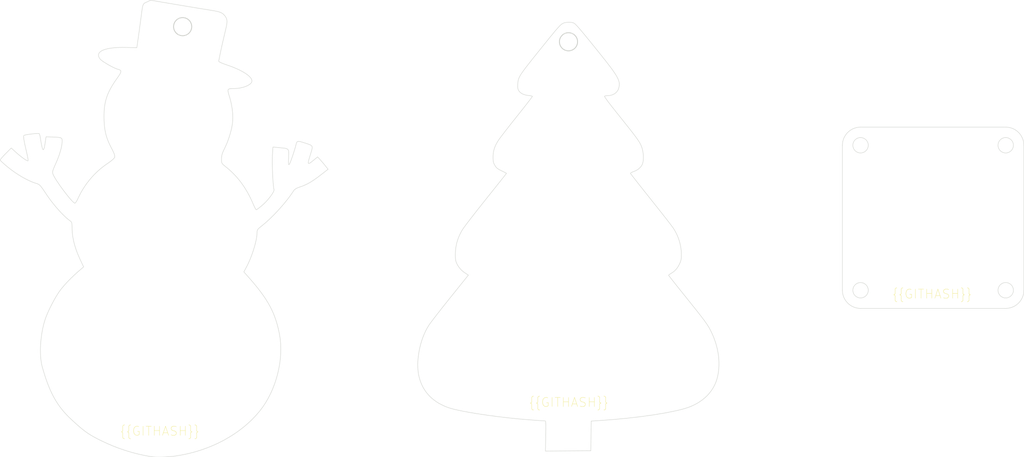
<source format=kicad_pcb>
(kicad_pcb (version 20221018) (generator pcbnew)

  (general
    (thickness 1.6)
  )

  (paper "A4")
  (layers
    (0 "F.Cu" signal)
    (31 "B.Cu" signal)
    (32 "B.Adhes" user "B.Adhesive")
    (33 "F.Adhes" user "F.Adhesive")
    (34 "B.Paste" user)
    (35 "F.Paste" user)
    (36 "B.SilkS" user "B.Silkscreen")
    (37 "F.SilkS" user "F.Silkscreen")
    (38 "B.Mask" user)
    (39 "F.Mask" user)
    (40 "Dwgs.User" user "User.Drawings")
    (41 "Cmts.User" user "User.Comments")
    (42 "Eco1.User" user "User.Eco1")
    (43 "Eco2.User" user "User.Eco2")
    (44 "Edge.Cuts" user)
    (45 "Margin" user)
    (46 "B.CrtYd" user "B.Courtyard")
    (47 "F.CrtYd" user "F.Courtyard")
    (48 "B.Fab" user)
    (49 "F.Fab" user)
    (50 "User.1" user)
    (51 "User.2" user)
    (52 "User.3" user)
    (53 "User.4" user)
    (54 "User.5" user)
    (55 "User.6" user)
    (56 "User.7" user)
    (57 "User.8" user)
    (58 "User.9" user)
  )

  (setup
    (stackup
      (layer "F.SilkS" (type "Top Silk Screen"))
      (layer "F.Paste" (type "Top Solder Paste"))
      (layer "F.Mask" (type "Top Solder Mask") (thickness 0.01))
      (layer "F.Cu" (type "copper") (thickness 0.035))
      (layer "dielectric 1" (type "core") (thickness 1.51) (material "FR4") (epsilon_r 4.5) (loss_tangent 0.02))
      (layer "B.Cu" (type "copper") (thickness 0.035))
      (layer "B.Mask" (type "Bottom Solder Mask") (thickness 0.01))
      (layer "B.Paste" (type "Bottom Solder Paste"))
      (layer "B.SilkS" (type "Bottom Silk Screen"))
      (copper_finish "None")
      (dielectric_constraints no)
    )
    (pad_to_mask_clearance 0)
    (pcbplotparams
      (layerselection 0x00010fc_ffffffff)
      (plot_on_all_layers_selection 0x0000000_00000000)
      (disableapertmacros false)
      (usegerberextensions false)
      (usegerberattributes true)
      (usegerberadvancedattributes true)
      (creategerberjobfile true)
      (dashed_line_dash_ratio 12.000000)
      (dashed_line_gap_ratio 3.000000)
      (svgprecision 4)
      (plotframeref false)
      (viasonmask false)
      (mode 1)
      (useauxorigin false)
      (hpglpennumber 1)
      (hpglpenspeed 20)
      (hpglpendiameter 15.000000)
      (dxfpolygonmode true)
      (dxfimperialunits true)
      (dxfusepcbnewfont true)
      (psnegative false)
      (psa4output false)
      (plotreference true)
      (plotvalue true)
      (plotinvisibletext false)
      (sketchpadsonfab false)
      (subtractmaskfromsilk false)
      (outputformat 1)
      (mirror false)
      (drillshape 1)
      (scaleselection 1)
      (outputdirectory "")
    )
  )

  (net 0 "")

  (gr_circle (center 225.62 81.79) (end 227.32 81.79)
    (stroke (width 0.1) (type solid)) (fill none) (layer "Edge.Cuts") (tstamp 019c0a6d-9bb8-42f8-8584-8f200b71a27b))
  (gr_circle (center 257.62 113.79) (end 259.32 113.79)
    (stroke (width 0.1) (type solid)) (fill none) (layer "Edge.Cuts") (tstamp 097c55d3-ce7a-4886-a7db-9a4e9fcd0127))
  (gr_circle (center 257.62 81.79) (end 259.32 81.79)
    (stroke (width 0.1) (type solid)) (fill none) (layer "Edge.Cuts") (tstamp 0e8e5788-23b0-4e0e-993f-a94957498ae3))
  (gr_poly
    (pts
      (xy 75.142222 50.797022)
      (xy 79.756606 51.568267)
      (xy 82.366969 51.99203)
      (xy 83.019066 52.095762)
      (xy 83.303876 52.146979)
      (xy 83.563537 52.198618)
      (xy 83.799806 52.251323)
      (xy 84.01444 52.305736)
      (xy 84.209196 52.362498)
      (xy 84.385831 52.422252)
      (xy 84.546102 52.485641)
      (xy 84.691766 52.553306)
      (xy 84.824581 52.62589)
      (xy 84.946303 52.704035)
      (xy 85.05869 52.788383)
      (xy 85.163499 52.879577)
      (xy 85.262486 52.978258)
      (xy 85.357409 53.08507)
      (xy 85.479286 53.234958)
      (xy 85.586233 53.378736)
      (xy 85.634185 53.44915)
      (xy 85.678498 53.519015)
      (xy 85.719202 53.588656)
      (xy 85.75633 53.658402)
      (xy 85.789911 53.728576)
      (xy 85.819976 53.799506)
      (xy 85.846558 53.871517)
      (xy 85.869686 53.944936)
      (xy 85.889392 54.020089)
      (xy 85.905707 54.097301)
      (xy 85.918662 54.176899)
      (xy 85.928287 54.259209)
      (xy 85.934615 54.344557)
      (xy 85.937675 54.433269)
      (xy 85.937499 54.525672)
      (xy 85.934119 54.62209)
      (xy 85.927564 54.722851)
      (xy 85.917866 54.82828)
      (xy 85.889166 55.054449)
      (xy 85.848266 55.303204)
      (xy 85.795414 55.577155)
      (xy 85.730859 55.878909)
      (xy 85.654849 56.211077)
      (xy 84.878546 59.55341)
      (xy 84.657875 60.550977)
      (xy 84.450892 61.532488)
      (xy 84.331406 62.116419)
      (xy 84.229648 62.629765)
      (xy 84.15639 63.017063)
      (xy 84.122409 63.222849)
      (xy 84.123062 63.236814)
      (xy 84.127967 63.251873)
      (xy 84.137065 63.268001)
      (xy 84.150302 63.285171)
      (xy 84.167619 63.303357)
      (xy 84.188962 63.322534)
      (xy 84.214273 63.342674)
      (xy 84.243497 63.363751)
      (xy 84.313454 63.408613)
      (xy 84.398381 63.456909)
      (xy 84.497828 63.50843)
      (xy 84.611342 63.562966)
      (xy 84.738473 63.620306)
      (xy 84.878767 63.680241)
      (xy 85.031775 63.742561)
      (xy 85.197043 63.807056)
      (xy 85.374121 63.873515)
      (xy 85.562558 63.94173)
      (xy 85.7619 64.011489)
      (xy 85.971698 64.082583)
      (xy 86.585981 64.296029)
      (xy 87.172975 64.516947)
      (xy 87.730729 64.744054)
      (xy 88.257293 64.976069)
      (xy 88.75072 65.211708)
      (xy 89.209058 65.449689)
      (xy 89.63036 65.68873)
      (xy 90.012676 65.927548)
      (xy 90.354056 66.16486)
      (xy 90.652552 66.399385)
      (xy 90.906214 66.629839)
      (xy 91.113092 66.85494)
      (xy 91.271238 67.073405)
      (xy 91.378702 67.283953)
      (xy 91.412819 67.385857)
      (xy 91.433535 67.485301)
      (xy 91.440605 67.582123)
      (xy 91.433787 67.676165)
      (xy 91.41712 67.753004)
      (xy 91.390362 67.829368)
      (xy 91.35383 67.905131)
      (xy 91.307839 67.980165)
      (xy 91.252707 68.054343)
      (xy 91.188749 68.12754)
      (xy 91.116281 68.199626)
      (xy 91.03562 68.270477)
      (xy 90.947082 68.339964)
      (xy 90.850984 68.407961)
      (xy 90.747641 68.47434)
      (xy 90.637371 68.538975)
      (xy 90.520488 68.601739)
      (xy 90.39731 68.662505)
      (xy 90.268153 68.721145)
      (xy 90.133332 68.777534)
      (xy 89.993165 68.831543)
      (xy 89.847967 68.883047)
      (xy 89.543745 68.978027)
      (xy 89.223197 69.06146)
      (xy 88.888852 69.132329)
      (xy 88.54324 69.189618)
      (xy 88.188892 69.232313)
      (xy 88.009232 69.24787)
      (xy 87.828337 69.259397)
      (xy 87.646523 69.266767)
      (xy 87.464106 69.269854)
      (xy 87.202959 69.272042)
      (xy 86.97453 69.277492)
      (xy 86.777472 69.288473)
      (xy 86.690288 69.296746)
      (xy 86.610443 69.307253)
      (xy 86.537768 69.320276)
      (xy 86.472096 69.3361)
      (xy 86.413258 69.355009)
      (xy 86.361087 69.377285)
      (xy 86.315414 69.403211)
      (xy 86.276071 69.433073)
      (xy 86.24289 69.467154)
      (xy 86.215703 69.505736)
      (xy 86.194342 69.549103)
      (xy 86.178638 69.59754)
      (xy 86.168424 69.65133)
      (xy 86.163532 69.710755)
      (xy 86.163793 69.776101)
      (xy 86.169039 69.847649)
      (xy 86.179102 69.925685)
      (xy 86.193814 70.010491)
      (xy 86.236514 70.20155)
      (xy 86.295792 70.423093)
      (xy 86.370304 70.677389)
      (xy 86.458705 70.966708)
      (xy 86.582128 71.384478)
      (xy 86.694998 71.803093)
      (xy 86.797211 72.221567)
      (xy 86.888665 72.638919)
      (xy 86.969257 73.054166)
      (xy 87.038885 73.466323)
      (xy 87.097447 73.874409)
      (xy 87.144838 74.277439)
      (xy 87.180958 74.674432)
      (xy 87.205702 75.064404)
      (xy 87.21897 75.446371)
      (xy 87.220657 75.819352)
      (xy 87.210662 76.182361)
      (xy 87.188881 76.534418)
      (xy 87.155212 76.874538)
      (xy 87.109553 77.201739)
      (xy 86.986123 77.871628)
      (xy 86.830027 78.558912)
      (xy 86.643845 79.255662)
      (xy 86.430157 79.953949)
      (xy 86.19154 80.645848)
      (xy 85.930575 81.323429)
      (xy 85.649841 81.978766)
      (xy 85.351916 82.60393)
      (xy 85.189192 82.938586)
      (xy 85.118752 83.093315)
      (xy 85.055229 83.240939)
      (xy 84.998352 83.382431)
      (xy 84.947849 83.518761)
      (xy 84.903447 83.650903)
      (xy 84.864875 83.779828)
      (xy 84.831859 83.906506)
      (xy 84.804129 84.031911)
      (xy 84.781412 84.157013)
      (xy 84.763435 84.282785)
      (xy 84.749927 84.410197)
      (xy 84.740615 84.540223)
      (xy 84.735228 84.673833)
      (xy 84.733493 84.811999)
      (xy 84.736223 85.129082)
      (xy 84.741369 85.261496)
      (xy 84.750575 85.379459)
      (xy 84.764997 85.485194)
      (xy 84.774524 85.534172)
      (xy 84.785789 85.580928)
      (xy 84.798934 85.625739)
      (xy 84.814106 85.668884)
      (xy 84.831447 85.710641)
      (xy 84.851104 85.751288)
      (xy 84.873219 85.791103)
      (xy 84.897937 85.830364)
      (xy 84.925403 85.869349)
      (xy 84.955761 85.908337)
      (xy 84.989155 85.947605)
      (xy 85.02573 85.987432)
      (xy 85.109 86.069873)
      (xy 85.206725 86.157886)
      (xy 85.320061 86.253696)
      (xy 85.598185 86.477602)
      (xy 86.096863 86.886277)
      (xy 86.577755 87.306529)
      (xy 87.04138 87.739064)
      (xy 87.488258 88.184586)
      (xy 87.918909 88.6438)
      (xy 88.333852 89.117412)
      (xy 88.733607 89.606125)
      (xy 89.118694 90.110646)
      (xy 89.489632 90.631678)
      (xy 89.846941 91.169927)
      (xy 90.19114 91.726098)
      (xy 90.52275 92.300895)
      (xy 90.84229 92.895024)
      (xy 91.150279 93.509189)
      (xy 91.447237 94.144095)
      (xy 91.733683 94.800448)
      (xy 91.84059 95.047283)
      (xy 91.945802 95.277558)
      (xy 92.046625 95.486234)
      (xy 92.140364 95.668271)
      (xy 92.224324 95.818627)
      (xy 92.295813 95.932265)
      (xy 92.326039 95.973739)
      (xy 92.352136 96.004143)
      (xy 92.373767 96.022848)
      (xy 92.382804 96.027616)
      (xy 92.390597 96.029223)
      (xy 92.399173 96.028006)
      (xy 92.410522 96.024397)
      (xy 92.441219 96.010237)
      (xy 92.482045 95.987221)
      (xy 92.53236 95.955824)
      (xy 92.591521 95.916524)
      (xy 92.658887 95.869798)
      (xy 92.815666 95.755976)
      (xy 92.997564 95.618173)
      (xy 93.199447 95.460204)
      (xy 93.416182 95.285885)
      (xy 93.642634 95.099032)
      (xy 93.891007 94.882848)
      (xy 94.141366 94.648628)
      (xy 94.390948 94.400061)
      (xy 94.636991 94.140836)
      (xy 94.87673 93.874641)
      (xy 95.107403 93.605164)
      (xy 95.326247 93.336095)
      (xy 95.530498 93.071122)
      (xy 95.717394 92.813933)
      (xy 95.884171 92.568218)
      (xy 96.028066 92.337665)
      (xy 96.146316 92.125962)
      (xy 96.236159 91.936798)
      (xy 96.294829 91.773863)
      (xy 96.311612 91.703383)
      (xy 96.319566 91.640844)
      (xy 96.318345 91.586706)
      (xy 96.307605 91.54143)
      (xy 96.264441 91.378418)
      (xy 96.221593 91.121805)
      (xy 96.138989 90.373142)
      (xy 96.064068 89.386161)
      (xy 96.001109 88.251583)
      (xy 95.954389 87.060129)
      (xy 95.928186 85.902519)
      (xy 95.926777 84.869474)
      (xy 95.95444 84.051714)
      (xy 96.07471 82.177477)
      (xy 97.36716 82.304781)
      (xy 98.13507 82.379263)
      (xy 98.441266 82.413109)
      (xy 98.700599 82.449744)
      (xy 98.916803 82.492956)
      (xy 99.009898 82.518212)
      (xy 99.09361 82.546534)
      (xy 99.168406 82.578395)
      (xy 99.234753 82.614268)
      (xy 99.293117 82.654627)
      (xy 99.343964 82.699946)
      (xy 99.387763 82.750698)
      (xy 99.424978 82.807357)
      (xy 99.456076 82.870396)
      (xy 99.481525 82.94029)
      (xy 99.501791 83.017511)
      (xy 99.51734 83.102533)
      (xy 99.536155 83.297877)
      (xy 99.541702 83.530109)
      (xy 99.537716 83.803018)
      (xy 99.51607 84.486025)
      (xy 99.501811 85.019341)
      (xy 99.495778 85.429631)
      (xy 99.49953 85.727933)
      (xy 99.505563 85.838537)
      (xy 99.514626 85.925284)
      (xy 99.526915 85.989553)
      (xy 99.542625 86.032723)
      (xy 99.551823 86.046828)
      (xy 99.56195 86.056175)
      (xy 99.573029 86.060938)
      (xy 99.585085 86.061289)
      (xy 99.612224 86.049443)
      (xy 99.643564 86.022019)
      (xy 99.679299 85.980395)
      (xy 99.719623 85.925951)
      (xy 99.770963 85.835961)
      (xy 99.83738 85.6921)
      (xy 100.00736 85.267042)
      (xy 100.213404 84.699332)
      (xy 100.439353 84.037526)
      (xy 100.669049 83.330178)
      (xy 100.886332 82.625845)
      (xy 101.075044 81.973082)
      (xy 101.219027 81.420443)
      (xy 101.232451 81.367288)
      (xy 101.246658 81.317349)
      (xy 101.261814 81.270604)
      (xy 101.278084 81.227032)
      (xy 101.295634 81.186611)
      (xy 101.314631 81.149321)
      (xy 101.33524 81.115138)
      (xy 101.357628 81.084043)
      (xy 101.381959 81.056013)
      (xy 101.4084 81.031027)
      (xy 101.437117 81.009064)
      (xy 101.468275 80.990102)
      (xy 101.502041 80.974119)
      (xy 101.538581 80.961095)
      (xy 101.578059 80.951007)
      (xy 101.620643 80.943835)
      (xy 101.666497 80.939556)
      (xy 101.715788 80.938149)
      (xy 101.768682 80.939594)
      (xy 101.825345 80.943867)
      (xy 101.885942 80.950949)
      (xy 101.950639 80.960817)
      (xy 102.019603 80.97345)
      (xy 102.092998 80.988826)
      (xy 102.170992 81.006924)
      (xy 102.253749 81.027723)
      (xy 102.434219 81.077337)
      (xy 102.635734 81.137495)
      (xy 102.859622 81.208025)
      (xy 103.581471 81.438726)
      (xy 103.868146 81.535185)
      (xy 104.108644 81.625316)
      (xy 104.212356 81.669476)
      (xy 104.305459 81.713816)
      (xy 104.388264 81.758923)
      (xy 104.461082 81.805384)
      (xy 104.524226 81.853787)
      (xy 104.578006 81.904719)
      (xy 104.622735 81.958768)
      (xy 104.658725 82.01652)
      (xy 104.686285 82.078563)
      (xy 104.705729 82.145484)
      (xy 104.717368 82.217871)
      (xy 104.721513 82.296311)
      (xy 104.718476 82.381392)
      (xy 104.708568 82.4737)
      (xy 104.692102 82.573823)
      (xy 104.669388 82.682348)
      (xy 104.606464 82.926954)
      (xy 104.522289 83.212218)
      (xy 104.300158 83.92351)
      (xy 104.076968 84.658354)
      (xy 103.993442 84.95378)
      (xy 103.929762 85.203046)
      (xy 103.886777 85.407528)
      (xy 103.865337 85.568604)
      (xy 103.862962 85.633296)
      (xy 103.866292 85.687652)
      (xy 103.875434 85.731846)
      (xy 103.890492 85.766049)
      (xy 103.911574 85.790433)
      (xy 103.938786 85.805172)
      (xy 103.972234 85.810436)
      (xy 104.012025 85.806398)
      (xy 104.058263 85.79323)
      (xy 104.111056 85.771105)
      (xy 104.236732 85.700671)
      (xy 104.3899 85.596472)
      (xy 104.571411 85.459887)
      (xy 105.02286 85.095065)
      (xy 105.918216 84.355181)
      (xy 106.388476 84.86751)
      (xy 106.496975 84.987739)
      (xy 106.625318 85.133369)
      (xy 106.92254 85.478508)
      (xy 107.242155 85.858286)
      (xy 107.546176 86.22806)
      (xy 108.2336 87.076296)
      (xy 106.72333 88.254687)
      (xy 106.031007 88.783192)
      (xy 105.392025 89.245391)
      (xy 105.089314 89.453516)
      (xy 104.796071 89.647331)
      (xy 104.511007 89.827593)
      (xy 104.232833 89.995056)
      (xy 103.960259 90.150478)
      (xy 103.691998 90.294613)
      (xy 103.426759 90.428217)
      (xy 103.163254 90.552046)
      (xy 102.900193 90.666855)
      (xy 102.636288 90.773401)
      (xy 102.370249 90.872439)
      (xy 102.100787 90.964724)
      (xy 101.955978 91.013649)
      (xy 101.818902 91.062832)
      (xy 101.689432 91.112348)
      (xy 101.567439 91.162273)
      (xy 101.452795 91.212683)
      (xy 101.345371 91.263651)
      (xy 101.245039 91.315254)
      (xy 101.151671 91.367567)
      (xy 101.065138 91.420665)
      (xy 100.985313 91.474624)
      (xy 100.912065 91.529517)
      (xy 100.845269 91.585421)
      (xy 100.784794 91.642412)
      (xy 100.730512 91.700563)
      (xy 100.682296 91.759951)
      (xy 100.640017 91.82065)
      (xy 100.313962 92.312951)
      (xy 99.958065 92.82026)
      (xy 99.575318 93.339289)
      (xy 99.168711 93.866747)
      (xy 98.741234 94.399346)
      (xy 98.295878 94.933795)
      (xy 97.835635 95.466804)
      (xy 97.363494 95.995083)
      (xy 96.882446 96.515343)
      (xy 96.395482 97.024295)
      (xy 95.905593 97.518647)
      (xy 95.415769 97.995111)
      (xy 94.929002 98.450396)
      (xy 94.44828 98.881213)
      (xy 93.976596 99.284272)
      (xy 93.51694 99.656283)
      (xy 93.364132 99.777198)
      (xy 93.228349 99.887118)
      (xy 93.108601 99.987555)
      (xy 93.003899 100.080022)
      (xy 92.913256 100.166032)
      (xy 92.835682 100.247098)
      (xy 92.770188 100.324733)
      (xy 92.741662 100.362737)
      (xy 92.715786 100.40045)
      (xy 92.692435 100.438062)
      (xy 92.671487 100.475762)
      (xy 92.652817 100.513738)
      (xy 92.636302 100.552181)
      (xy 92.621819 100.591279)
      (xy 92.609244 100.631221)
      (xy 92.589322 100.714395)
      (xy 92.575548 100.803215)
      (xy 92.566934 100.899195)
      (xy 92.56249 101.003847)
      (xy 92.561229 101.118685)
      (xy 92.548214 101.459191)
      (xy 92.510172 101.840399)
      (xy 92.448603 102.257479)
      (xy 92.365007 102.705605)
      (xy 92.260885 103.179948)
      (xy 92.137739 103.675679)
      (xy 91.997068 104.187971)
      (xy 91.840373 104.711996)
      (xy 91.669155 105.242926)
      (xy 91.484915 105.775933)
      (xy 91.289154 106.306188)
      (xy 91.083372 106.828864)
      (xy 90.86907 107.339132)
      (xy 90.647749 107.832164)
      (xy 90.420909 108.303133)
      (xy 90.190051 108.74721)
      (xy 89.658061 109.729433)
      (xy 90.799319 111.025652)
      (xy 91.552256 111.894452)
      (xy 92.247519 112.726345)
      (xy 92.887901 113.52649)
      (xy 93.476195 114.300047)
      (xy 94.015193 115.052178)
      (xy 94.507688 115.788042)
      (xy 94.956473 116.5128)
      (xy 95.364341 117.231612)
      (xy 95.734083 117.949638)
      (xy 96.068493 118.672038)
      (xy 96.370364 119.403974)
      (xy 96.642488 120.150605)
      (xy 96.887657 120.917091)
      (xy 97.108665 121.708593)
      (xy 97.308304 122.530271)
      (xy 97.489367 123.387286)
      (xy 97.659586 124.435519)
      (xy 97.764545 125.512723)
      (xy 97.805707 126.613102)
      (xy 97.784533 127.73086)
      (xy 97.702485 128.860202)
      (xy 97.561026 129.995332)
      (xy 97.361618 131.130454)
      (xy 97.105722 132.259774)
      (xy 96.794801 133.377494)
      (xy 96.430316 134.47782)
      (xy 96.01373 135.554956)
      (xy 95.546505 136.603107)
      (xy 95.030102 137.616476)
      (xy 94.465984 138.589268)
      (xy 93.855613 139.515689)
      (xy 93.20045 140.389941)
      (xy 92.386005 141.350273)
      (xy 91.510226 142.273552)
      (xy 90.576227 143.158109)
      (xy 89.587122 144.002278)
      (xy 88.546024 144.80439)
      (xy 87.456048 145.562779)
      (xy 86.320308 146.275777)
      (xy 85.141916 146.941716)
      (xy 83.923988 147.558929)
      (xy 82.669636 148.125749)
      (xy 81.381976 148.640508)
      (xy 80.06412 149.101539)
      (xy 78.719182 149.507174)
      (xy 77.350277 149.855747)
      (xy 75.960518 150.145589)
      (xy 74.553019 150.375033)
      (xy 73.862872 150.459306)
      (xy 73.131633 150.525975)
      (xy 72.383923 150.574372)
      (xy 71.644361 150.603827)
      (xy 70.93757 150.613671)
      (xy 70.288169 150.603235)
      (xy 69.720779 150.57185)
      (xy 69.475532 150.548093)
      (xy 69.26002 150.518847)
      (xy 69.260051 150.518832)
      (xy 67.831835 150.262486)
      (xy 66.416949 149.953785)
      (xy 65.016193 149.592984)
      (xy 63.630368 149.180338)
      (xy 62.260274 148.716103)
      (xy 60.90671 148.200532)
      (xy 59.570477 147.633881)
      (xy 58.252375 147.016405)
      (xy 57.283074 146.528505)
      (xy 56.847829 146.298277)
      (xy 56.438641 146.072324)
      (xy 56.050351 145.846994)
      (xy 55.6778 145.618633)
      (xy 55.315827 145.383588)
      (xy 54.959273 145.138205)
      (xy 54.602979 144.87883)
      (xy 54.241783 144.601811)
      (xy 53.870528 144.303492)
      (xy 53.484054 143.980222)
      (xy 52.644807 143.244211)
      (xy 51.682765 142.36455)
      (xy 51.097036 141.804159)
      (xy 50.54538 141.238954)
      (xy 50.025658 140.665073)
      (xy 49.535731 140.078649)
      (xy 49.07346 139.475819)
      (xy 48.636705 138.852719)
      (xy 48.223328 138.205483)
      (xy 47.831189 137.530249)
      (xy 47.458149 136.823151)
      (xy 47.10207 136.080325)
      (xy 46.760812 135.297907)
      (xy 46.432236 134.472032)
      (xy 46.114202 133.598836)
      (xy 45.804573 132.674455)
      (xy 45.501208 131.695024)
      (xy 45.201968 130.656679)
      (xy 45.078569 130.147371)
      (xy 44.978794 129.594224)
      (xy 44.90231 129.00242)
      (xy 44.848785 128.377144)
      (xy 44.817886 127.723579)
      (xy 44.809281 127.046907)
      (xy 44.822637 126.352311)
      (xy 44.857621 125.644974)
      (xy 44.913901 124.93008)
      (xy 44.991145 124.212811)
      (xy 45.089019 123.498351)
      (xy 45.207191 122.791883)
      (xy 45.345328 122.098589)
      (xy 45.503099 121.423652)
      (xy 45.68017 120.772256)
      (xy 45.876208 120.149584)
      (xy 46.005143 119.787909)
      (xy 46.154924 119.401263)
      (xy 46.508073 118.570286)
      (xy 46.917749 117.69111)
      (xy 47.366047 116.79819)
      (xy 47.83506 115.92598)
      (xy 48.306883 115.108937)
      (xy 48.76361 114.381515)
      (xy 48.980717 114.062179)
      (xy 49.187335 113.77817)
      (xy 49.387433 113.519297)
      (xy 49.599256 113.255538)
      (xy 50.056372 112.715109)
      (xy 50.555279 112.160374)
      (xy 51.092575 111.594824)
      (xy 51.664855 111.021952)
      (xy 52.268718 110.445248)
      (xy 52.900758 109.868205)
      (xy 53.557574 109.294314)
      (xy 54.329783 108.634142)
      (xy 53.616031 107.110232)
      (xy 53.390001 106.6154)
      (xy 53.179365 106.128819)
      (xy 52.984012 105.650049)
      (xy 52.803829 105.178652)
      (xy 52.638704 104.71419)
      (xy 52.488525 104.256224)
      (xy 52.353181 103.804315)
      (xy 52.232559 103.358025)
      (xy 52.126547 102.916915)
      (xy 52.035034 102.480548)
      (xy 51.957906 102.048484)
      (xy 51.895053 101.620284)
      (xy 51.846363 101.195511)
      (xy 51.811722 100.773726)
      (xy 51.79102 100.35449)
      (xy 51.784144 99.937365)
      (xy 51.780657 99.620612)
      (xy 51.776007 99.482669)
      (xy 51.769161 99.357285)
      (xy 51.759927 99.243666)
      (xy 51.748111 99.141014)
      (xy 51.733519 99.048534)
      (xy 51.715958 98.96543)
      (xy 51.695233 98.890904)
      (xy 51.671153 98.824161)
      (xy 51.643523 98.764406)
      (xy 51.612149 98.71084)
      (xy 51.576839 98.662669)
      (xy 51.537399 98.619096)
      (xy 51.493635 98.579325)
      (xy 51.445353 98.542559)
      (xy 51.149902 98.324092)
      (xy 50.839064 98.073347)
      (xy 50.514896 97.792628)
      (xy 50.179453 97.484238)
      (xy 49.834791 97.150482)
      (xy 49.482966 96.793665)
      (xy 49.126033 96.41609)
      (xy 48.766047 96.020062)
      (xy 48.405065 95.607885)
      (xy 48.045142 95.181864)
      (xy 47.688333 94.744302)
      (xy 47.336694 94.297504)
      (xy 46.992281 93.843774)
      (xy 46.657149 93.385417)
      (xy 46.333354 92.924737)
      (xy 46.022952 92.464037)
      (xy 45.611719 91.844971)
      (xy 45.279782 91.362091)
      (xy 45.137757 91.165551)
      (xy 45.008606 90.995655)
      (xy 44.89001 90.849933)
      (xy 44.779654 90.725918)
      (xy 44.675221 90.621143)
      (xy 44.574392 90.533138)
      (xy 44.474852 90.459437)
      (xy 44.374284 90.397571)
      (xy 44.27037 90.345073)
      (xy 44.160793 90.299474)
      (xy 44.043237 90.258307)
      (xy 43.915385 90.219103)
      (xy 43.593888 90.117525)
      (xy 43.255864 89.996009)
      (xy 42.903268 89.855657)
      (xy 42.538058 89.697573)
      (xy 42.162189 89.522858)
      (xy 41.777618 89.332616)
      (xy 41.386301 89.127951)
      (xy 40.990194 88.909964)
      (xy 40.591254 88.679759)
      (xy 40.191438 88.438438)
      (xy 39.792701 88.187105)
      (xy 39.396999 87.926862)
      (xy 39.00629 87.658812)
      (xy 38.622529 87.384058)
      (xy 38.247673 87.103703)
      (xy 37.883677 86.81885)
      (xy 37.49456 86.502783)
      (xy 37.131548 86.199554)
      (xy 36.802586 85.916398)
      (xy 36.515619 85.660548)
      (xy 36.278593 85.439239)
      (xy 36.099452 85.259705)
      (xy 36.034071 85.187865)
      (xy 35.986141 85.129182)
      (xy 35.956654 85.08456)
      (xy 35.946605 85.054903)
      (xy 35.948192 85.042433)
      (xy 35.952903 85.026953)
      (xy 35.971384 84.987332)
      (xy 36.001425 84.936776)
      (xy 36.042403 84.876021)
      (xy 36.093695 84.805804)
      (xy 36.154681 84.726859)
      (xy 36.224736 84.639924)
      (xy 36.303239 84.545735)
      (xy 36.389567 84.445026)
      (xy 36.483097 84.338536)
      (xy 36.689276 84.11115)
      (xy 36.916796 83.869466)
      (xy 37.037003 83.745102)
      (xy 37.160678 83.619372)
      (xy 38.374759 82.395922)
      (xy 39.365809 83.301684)
      (xy 39.814301 83.698656)
      (xy 40.266196 84.075272)
      (xy 40.704205 84.419302)
      (xy 41.111041 84.718514)
      (xy 41.469414 84.960676)
      (xy 41.625024 85.056541)
      (xy 41.762035 85.133557)
      (xy 41.878286 85.190195)
      (xy 41.971615 85.224926)
      (xy 42.039863 85.236222)
      (xy 42.063905 85.232603)
      (xy 42.080867 85.222552)
      (xy 42.085566 85.215268)
      (xy 42.089233 85.203934)
      (xy 42.093537 85.169549)
      (xy 42.093921 85.120268)
      (xy 42.090523 85.056964)
      (xy 42.083485 84.98051)
      (xy 42.072948 84.891778)
      (xy 42.059051 84.79164)
      (xy 42.041937 84.68097)
      (xy 41.998614 84.43152)
      (xy 41.944105 84.150408)
      (xy 41.879534 83.844615)
      (xy 41.806025 83.52112)
      (xy 41.578977 82.541169)
      (xy 41.399614 81.732306)
      (xy 41.265507 81.079136)
      (xy 41.174225 80.56626)
      (xy 41.123338 80.17828)
      (xy 41.112283 80.026315)
      (xy 41.110416 79.899799)
      (xy 41.117432 79.796809)
      (xy 41.133029 79.71542)
      (xy 41.156901 79.653706)
      (xy 41.188746 79.609743)
      (xy 41.213078 79.592846)
      (xy 41.252556 79.575085)
      (xy 41.372962 79.537437)
      (xy 41.541984 79.497733)
      (xy 41.751641 79.456905)
      (xy 42.26094 79.37561)
      (xy 42.837013 79.301016)
      (xy 43.416018 79.240586)
      (xy 43.934111 79.201782)
      (xy 44.150364 79.192822)
      (xy 44.327447 79.192067)
      (xy 44.45738 79.20045)
      (xy 44.532183 79.218905)
      (xy 44.538527 79.223215)
      (xy 44.545097 79.229471)
      (xy 44.551878 79.23762)
      (xy 44.558855 79.247608)
      (xy 44.573336 79.272888)
      (xy 44.588416 79.304879)
      (xy 44.603974 79.343154)
      (xy 44.619887 79.387282)
      (xy 44.636031 79.436835)
      (xy 44.652284 79.491383)
      (xy 44.668525 79.550496)
      (xy 44.684629 79.613746)
      (xy 44.700475 79.680703)
      (xy 44.715939 79.750937)
      (xy 44.7309 79.82402)
      (xy 44.745234 79.899521)
      (xy 44.75882 79.977012)
      (xy 44.771533 80.056063)
      (xy 44.946351 81.130774)
      (xy 45.025944 81.564983)
      (xy 45.101061 81.931234)
      (xy 45.172253 82.230134)
      (xy 45.24007 82.462288)
      (xy 45.305063 82.628302)
      (xy 45.336673 82.686696)
      (xy 45.367783 82.728781)
      (xy 45.398463 82.754634)
      (xy 45.428781 82.764331)
      (xy 45.458807 82.757947)
      (xy 45.488608 82.735557)
      (xy 45.518254 82.697238)
      (xy 45.547814 82.643066)
      (xy 45.606951 82.487462)
      (xy 45.666568 82.269351)
      (xy 45.727218 81.98934)
      (xy 45.78945 81.648032)
      (xy 45.853816 81.246035)
      (xy 46.055377 79.918581)
      (xy 47.417926 79.96628)
      (xy 48.109143 79.993687)
      (xy 48.392021 80.009194)
      (xy 48.636741 80.027435)
      (xy 48.846051 80.049559)
      (xy 49.022696 80.076715)
      (xy 49.169424 80.110051)
      (xy 49.288982 80.150717)
      (xy 49.339431 80.174158)
      (xy 49.384117 80.199861)
      (xy 49.423385 80.227972)
      (xy 49.457577 80.258632)
      (xy 49.487036 80.291987)
      (xy 49.512107 80.32818)
      (xy 49.533132 80.367353)
      (xy 49.550455 80.409652)
      (xy 49.575367 80.504197)
      (xy 49.589592 80.612965)
      (xy 49.595876 80.737105)
      (xy 49.596965 80.877764)
      (xy 49.590289 81.099803)
      (xy 49.571905 81.336737)
      (xy 49.542029 81.587807)
      (xy 49.500879 81.852253)
      (xy 49.448672 82.129318)
      (xy 49.385623 82.418243)
      (xy 49.311951 82.718269)
      (xy 49.227873 83.028637)
      (xy 49.133604 83.34859)
      (xy 49.029362 83.677367)
      (xy 48.915364 84.014212)
      (xy 48.791827 84.358364)
      (xy 48.658967 84.709065)
      (xy 48.517002 85.065558)
      (xy 48.366148 85.427082)
      (xy 48.206622 85.792879)
      (xy 47.949769 86.374791)
      (xy 47.755997 86.832451)
      (xy 47.68104 87.021721)
      (xy 47.619784 87.188367)
      (xy 47.571537 87.335205)
      (xy 47.535609 87.465048)
      (xy 47.511311 87.580709)
      (xy 47.497952 87.685002)
      (xy 47.494842 87.78074)
      (xy 47.501291 87.870737)
      (xy 47.516609 87.957807)
      (xy 47.540106 88.044763)
      (xy 47.571091 88.134418)
      (xy 47.608874 88.229586)
      (xy 47.761079 88.551834)
      (xy 47.975096 88.939463)
      (xy 48.241913 89.380584)
      (xy 48.55252 89.863307)
      (xy 49.269066 90.905997)
      (xy 50.052651 91.972411)
      (xy 50.831193 92.967426)
      (xy 51.196047 93.408433)
      (xy 51.532609 93.795921)
      (xy 51.831869 94.117998)
      (xy 52.084818 94.362774)
      (xy 52.282443 94.518359)
      (xy 52.357694 94.558989)
      (xy 52.415736 94.572863)
      (xy 52.426811 94.571375)
      (xy 52.439084 94.56696)
      (xy 52.452509 94.559691)
      (xy 52.467041 94.549641)
      (xy 52.482633 94.536883)
      (xy 52.499239 94.521489)
      (xy 52.516813 94.503532)
      (xy 52.535309 94.483086)
      (xy 52.574881 94.435018)
      (xy 52.617586 94.377866)
      (xy 52.663055 94.312214)
      (xy 52.710918 94.238646)
      (xy 52.760808 94.157745)
      (xy 52.812354 94.070093)
      (xy 52.865187 93.976276)
      (xy 52.918939 93.876875)
      (xy 52.97324 93.772474)
      (xy 53.02772 93.663657)
      (xy 53.082012 93.551007)
      (xy 53.135745 93.435107)
      (xy 53.405424 92.869327)
      (xy 53.69623 92.311615)
      (xy 54.007442 91.76282)
      (xy 54.338342 91.223792)
      (xy 54.688208 90.695381)
      (xy 55.05632 90.178436)
      (xy 55.441958 89.673808)
      (xy 55.844402 89.182347)
      (xy 56.262932 88.704901)
      (xy 56.696828 88.242322)
      (xy 57.145369 87.795459)
      (xy 57.607836 87.365163)
      (xy 58.083508 86.952281)
      (xy 58.571665 86.557666)
      (xy 59.071586 86.182166)
      (xy 59.582553 85.826632)
      (xy 59.914962 85.598282)
      (xy 60.214172 85.3804)
      (xy 60.477869 85.17504)
      (xy 60.595674 85.077698)
      (xy 60.703732 84.984257)
      (xy 60.801753 84.894974)
      (xy 60.889447 84.810106)
      (xy 60.966524 84.72991)
      (xy 61.032694 84.654642)
      (xy 61.087669 84.584559)
      (xy 61.131158 84.519919)
      (xy 61.162872 84.460977)
      (xy 61.182521 84.407992)
      (xy 61.189444 84.378526)
      (xy 61.194656 84.347449)
      (xy 61.198136 84.314702)
      (xy 61.199864 84.280227)
      (xy 61.197977 84.205863)
      (xy 61.188829 84.123892)
      (xy 61.172254 84.033852)
      (xy 61.148084 83.935279)
      (xy 61.116154 83.82771)
      (xy 61.076297 83.71068)
      (xy 61.028345 83.583727)
      (xy 60.972134 83.446388)
      (xy 60.907495 83.298197)
      (xy 60.834263 83.138693)
      (xy 60.75227 82.967412)
      (xy 60.661351 82.783889)
      (xy 60.561339 82.587662)
      (xy 60.452067 82.378268)
      (xy 60.237971 81.961359)
      (xy 60.041673 81.555601)
      (xy 59.862568 81.158484)
      (xy 59.700049 80.767498)
      (xy 59.553508 80.380135)
      (xy 59.422339 79.993885)
      (xy 59.305935 79.60624)
      (xy 59.203689 79.21469)
      (xy 59.114995 78.816725)
      (xy 59.039245 78.409838)
      (xy 58.975833 77.991518)
      (xy 58.924151 77.559256)
      (xy 58.883594 77.110544)
      (xy 58.853553 76.642872)
      (xy 58.833423 76.153731)
      (xy 58.822596 75.640612)
      (xy 58.82378 75.019765)
      (xy 58.843433 74.425285)
      (xy 58.882591 73.854032)
      (xy 58.942291 73.302869)
      (xy 59.023569 72.768658)
      (xy 59.127459 72.248262)
      (xy 59.255 71.738542)
      (xy 59.407225 71.236361)
      (xy 59.585172 70.73858)
      (xy 59.789877 70.242062)
      (xy 60.022374 69.743669)
      (xy 60.283701 69.240263)
      (xy 60.574893 68.728705)
      (xy 60.896986 68.205859)
      (xy 61.251015 67.668586)
      (xy 61.638018 67.113749)
      (xy 61.84244 66.825076)
      (xy 62.020375 66.566593)
      (xy 62.17201 66.336298)
      (xy 62.29753 66.132187)
      (xy 62.397121 65.95226)
      (xy 62.470968 65.794512)
      (xy 62.498296 65.72333)
      (xy 62.519258 65.656942)
      (xy 62.533877 65.595098)
      (xy 62.542176 65.537547)
      (xy 62.544179 65.484039)
      (xy 62.539908 65.434323)
      (xy 62.529387 65.388151)
      (xy 62.512639 65.34527)
      (xy 62.489688 65.305431)
      (xy 62.460556 65.268384)
      (xy 62.425267 65.233878)
      (xy 62.383844 65.201662)
      (xy 62.33631 65.171487)
      (xy 62.282689 65.143103)
      (xy 62.157276 65.090703)
      (xy 62.007792 65.042459)
      (xy 61.834422 64.996371)
      (xy 61.657986 64.943069)
      (xy 61.445562 64.862593)
      (xy 61.203024 64.758325)
      (xy 60.93625 64.633653)
      (xy 60.353499 64.336631)
      (xy 59.744319 63.998608)
      (xy 59.155721 63.646664)
      (xy 58.634716 63.307879)
      (xy 58.414252 63.151884)
      (xy 58.228316 63.009334)
      (xy 58.082783 62.883614)
      (xy 57.983531 62.778109)
      (xy 57.869943 62.622242)
      (xy 57.777351 62.470362)
      (xy 57.705558 62.322559)
      (xy 57.654369 62.178917)
      (xy 57.623588 62.039526)
      (xy 57.613018 61.904471)
      (xy 57.622463 61.773839)
      (xy 57.651728 61.647718)
      (xy 57.700616 61.526195)
      (xy 57.768931 61.409356)
      (xy 57.856477 61.297289)
      (xy 57.963058 61.190081)
      (xy 58.088479 61.087819)
      (xy 58.232542 60.99059)
      (xy 58.395052 60.89848)
      (xy 58.575812 60.811578)
      (xy 58.774627 60.72997)
      (xy 58.991301 60.653743)
      (xy 59.225638 60.582984)
      (xy 59.477441 60.51778)
      (xy 59.746514 60.458218)
      (xy 60.032661 60.404385)
      (xy 60.335687 60.356369)
      (xy 60.655395 60.314256)
      (xy 60.991589 60.278134)
      (xy 61.344073 60.248089)
      (xy 61.712651 60.224208)
      (xy 62.097127 60.20658)
      (xy 62.497305 60.195289)
      (xy 62.912988 60.190424)
      (xy 63.343981 60.192072)
      (xy 63.790088 60.20032)
      (xy 66.056857 60.258219)
      (xy 66.273486 58.80189)
      (xy 66.542465 56.891029)
      (xy 66.884944 54.341891)
      (xy 67.190183 52.053843)
      (xy 67.248082 51.679802)
      (xy 67.303557 51.37005)
      (xy 67.359078 51.117137)
      (xy 67.417116 50.913616)
      (xy 67.48014 50.752035)
      (xy 67.55062 50.624945)
      (xy 67.631027 50.524898)
      (xy 67.72383 50.444442)
      (xy 67.831501 50.37613)
      (xy 67.956508 50.312512)
      (xy 68.268412 50.169558)
      (xy 69.100734 49.778315)
    )

    (stroke (width 0) (type solid)) (fill none) (layer "Edge.Cuts") (tstamp 12603b1a-816f-4263-bdfe-ff7600c93d66))
  (gr_arc (start 261.62 113.79) (mid 260.448427 116.618427) (end 257.62 117.79)
    (stroke (width 0.1) (type solid)) (layer "Edge.Cuts") (tstamp 178364bc-250e-4a39-b0ba-4262bbac4b46))
  (gr_arc (start 225.62 117.79) (mid 222.791573 116.618427) (end 221.62 113.79)
    (stroke (width 0.1) (type solid)) (layer "Edge.Cuts") (tstamp 3d8baf97-c836-4397-867c-23e52ff05ce1))
  (gr_line (start 261.62 113.79) (end 261.62 81.79)
    (stroke (width 0.1) (type solid)) (layer "Edge.Cuts") (tstamp 871dfad9-a85d-42ce-9d2d-6520fae7f4c4))
  (gr_circle (center 161.229974 58.946031) (end 163.229974 58.946031)
    (stroke (width 0.2) (type default)) (fill none) (layer "Edge.Cuts") (tstamp 87ed6cf3-1ec4-474a-abf8-50c17e80d36f))
  (gr_line (start 221.62 81.79) (end 221.62 113.79)
    (stroke (width 0.1) (type solid)) (layer "Edge.Cuts") (tstamp 8baef1cd-8e58-474a-b843-199aa0080763))
  (gr_arc (start 257.62 77.79) (mid 260.448427 78.961573) (end 261.62 81.79)
    (stroke (width 0.1) (type solid)) (layer "Edge.Cuts") (tstamp a7e36be5-cc10-4aad-836f-bde309666136))
  (gr_poly
    (pts
      (xy 161.429183 54.643361)
      (xy 161.588699 54.648976)
      (xy 161.743405 54.660128)
      (xy 161.8913 54.67685)
      (xy 162.030385 54.699174)
      (xy 162.158659 54.727132)
      (xy 162.274122 54.760758)
      (xy 162.374774 54.800082)
      (xy 162.418214 54.822065)
      (xy 162.465501 54.850416)
      (xy 162.517128 54.885713)
      (xy 162.573587 54.928531)
      (xy 162.702967 55.039035)
      (xy 162.857578 55.186538)
      (xy 163.041357 55.37565)
      (xy 163.258241 55.610981)
      (xy 163.512165 55.897139)
      (xy 163.807067 56.238735)
      (xy 164.146884 56.640378)
      (xy 164.53555 57.106678)
      (xy 164.977005 57.642244)
      (xy 165.475183 58.251687)
      (xy 166.657456 59.710639)
      (xy 168.113864 61.520411)
      (xy 169.490282 63.25197)
      (xy 170.562092 64.650979)
      (xy 170.993296 65.243203)
      (xy 171.359779 65.7732)
      (xy 171.665351 66.247941)
      (xy 171.913823 66.674396)
      (xy 172.109006 67.059535)
      (xy 172.254708 67.41033)
      (xy 172.354741 67.733749)
      (xy 172.412915 68.036764)
      (xy 172.433041 68.326344)
      (xy 172.418927 68.609461)
      (xy 172.374385 68.893084)
      (xy 172.303226 69.184183)
      (xy 172.274597 69.278158)
      (xy 172.242 69.369887)
      (xy 172.205507 69.459324)
      (xy 172.165188 69.546423)
      (xy 172.121114 69.631137)
      (xy 172.073357 69.713419)
      (xy 172.021987 69.793223)
      (xy 171.967076 69.870502)
      (xy 171.908694 69.945208)
      (xy 171.846914 70.017296)
      (xy 171.781806 70.08672)
      (xy 171.71344 70.153431)
      (xy 171.641889 70.217383)
      (xy 171.567223 70.278531)
      (xy 171.489513 70.336826)
      (xy 171.408831 70.392223)
      (xy 171.325247 70.444674)
      (xy 171.238833 70.494134)
      (xy 171.14966 70.540554)
      (xy 171.057799 70.58389)
      (xy 170.96332 70.624093)
      (xy 170.866295 70.661118)
      (xy 170.766796 70.694917)
      (xy 170.664893 70.725444)
      (xy 170.560657 70.752652)
      (xy 170.45416 70.776495)
      (xy 170.345472 70.796926)
      (xy 170.234664 70.813898)
      (xy 170.121809 70.827364)
      (xy 170.006976 70.837278)
      (xy 169.890237 70.843593)
      (xy 169.771663 70.846262)
      (xy 169.726607 70.847177)
      (xy 169.681188 70.849133)
      (xy 169.590479 70.855957)
      (xy 169.501974 70.8663)
      (xy 169.418107 70.879728)
      (xy 169.378675 70.887463)
      (xy 169.341315 70.895806)
      (xy 169.306334 70.904703)
      (xy 169.274034 70.9141)
      (xy 169.244721 70.923942)
      (xy 169.218699 70.934176)
      (xy 169.196272 70.944746)
      (xy 169.177745 70.955599)
      (xy 169.171643 70.965792)
      (xy 169.172154 70.983757)
      (xy 169.17922 71.009417)
      (xy 169.192785 71.042693)
      (xy 169.239181 71.131786)
      (xy 169.310885 71.250417)
      (xy 169.407439 71.397965)
      (xy 169.528385 71.573811)
      (xy 169.673265 71.777334)
      (xy 169.841623 72.007915)
      (xy 170.246938 72.547768)
      (xy 170.740668 73.18841)
      (xy 171.319154 73.924882)
      (xy 171.978732 74.752222)
      (xy 174.641332 78.093405)
      (xy 175.537111 79.246786)
      (xy 176.200008 80.134787)
      (xy 176.673118 80.816979)
      (xy 176.99954 81.352933)
      (xy 177.222371 81.802218)
      (xy 177.384708 82.224406)
      (xy 177.462833 82.472098)
      (xy 177.531331 82.72855)
      (xy 177.59016 82.991701)
      (xy 177.639284 83.259489)
      (xy 177.678662 83.529854)
      (xy 177.708257 83.800735)
      (xy 177.728028 84.070071)
      (xy 177.737937 84.335802)
      (xy 177.737946 84.595867)
      (xy 177.728014 84.848205)
      (xy 177.708104 85.090755)
      (xy 177.678176 85.321456)
      (xy 177.638191 85.538248)
      (xy 177.588111 85.739069)
      (xy 177.527896 85.92186)
      (xy 177.457507 86.084559)
      (xy 177.391656 86.207668)
      (xy 177.318059 86.327563)
      (xy 177.236853 86.444134)
      (xy 177.148173 86.557272)
      (xy 177.052156 86.666869)
      (xy 176.948938 86.772814)
      (xy 176.838657 86.874999)
      (xy 176.721448 86.973315)
      (xy 176.597448 87.067652)
      (xy 176.466794 87.157903)
      (xy 176.32962 87.243956)
      (xy 176.186065 87.325705)
      (xy 176.036265 87.403039)
      (xy 175.880355 87.475849)
      (xy 175.718473 87.544027)
      (xy 175.550754 87.607462)
      (xy 175.482045 87.632835)
      (xy 175.415483 87.658969)
      (xy 175.351405 87.685667)
      (xy 175.290146 87.712731)
      (xy 175.23204 87.739963)
      (xy 175.177423 87.767164)
      (xy 175.126631 87.794136)
      (xy 175.079997 87.820681)
      (xy 175.037859 87.846601)
      (xy 175.00055 87.871698)
      (xy 174.968407 87.895773)
      (xy 174.941764 87.918629)
      (xy 174.920956 87.940066)
      (xy 174.90632 87.959888)
      (xy 174.898189 87.977896)
      (xy 174.896668 87.986157)
      (xy 174.8969 87.993891)
      (xy 174.922027 88.037315)
      (xy 174.991394 88.135797)
      (xy 175.25375 88.486297)
      (xy 176.209258 89.720013)
      (xy 177.617844 91.508896)
      (xy 179.333926 93.666804)
      (xy 181.092323 95.879526)
      (xy 182.616098 97.817656)
      (xy 183.742073 99.272256)
      (xy 184.307071 100.034388)
      (xy 184.515284 100.360502)
      (xy 184.7117 100.694247)
      (xy 184.896111 101.034954)
      (xy 185.068309 101.381957)
      (xy 185.228084 101.734588)
      (xy 185.375229 102.092181)
      (xy 185.509535 102.454068)
      (xy 185.630794 102.819582)
      (xy 185.738797 103.188056)
      (xy 185.833335 103.558822)
      (xy 185.914201 103.931214)
      (xy 185.981186 104.304563)
      (xy 186.034081 104.678204)
      (xy 186.072678 105.051468)
      (xy 186.096768 105.423689)
      (xy 186.106143 105.794199)
      (xy 186.105091 106.172735)
      (xy 186.095928 106.491761)
      (xy 186.087599 106.633067)
      (xy 186.076394 106.764426)
      (xy 186.062032 106.887483)
      (xy 186.044229 107.003882)
      (xy 186.022703 107.115265)
      (xy 185.997171 107.223277)
      (xy 185.967351 107.329562)
      (xy 185.932961 107.435763)
      (xy 185.893716 107.543524)
      (xy 185.849336 107.654488)
      (xy 185.744037 107.892603)
      (xy 185.654537 108.079442)
      (xy 185.563285 108.257402)
      (xy 185.469989 108.426825)
      (xy 185.374358 108.588053)
      (xy 185.276102 108.741425)
      (xy 185.174928 108.887283)
      (xy 185.070547 109.025968)
      (xy 184.962667 109.15782)
      (xy 184.850997 109.283181)
      (xy 184.735246 109.402392)
      (xy 184.615122 109.515794)
      (xy 184.490336 109.623727)
      (xy 184.360596 109.726532)
      (xy 184.22561 109.824551)
      (xy 184.085088 109.918125)
      (xy 183.938739 110.007593)
      (xy 183.810996 110.084401)
      (xy 183.691836 110.159793)
      (xy 183.583867 110.231854)
      (xy 183.489696 110.298666)
      (xy 183.41193 110.358313)
      (xy 183.380014 110.384851)
      (xy 183.353176 110.408878)
      (xy 183.331744 110.430155)
      (xy 183.316042 110.448443)
      (xy 183.306397 110.463502)
      (xy 183.303947 110.469746)
      (xy 183.303134 110.475092)
      (xy 183.318272 110.503511)
      (xy 183.362609 110.567965)
      (xy 183.532916 110.797359)
      (xy 183.802115 111.148045)
      (xy 184.158269 111.604794)
      (xy 185.08369 112.775559)
      (xy 186.213672 114.187815)
      (xy 189.362188 118.120691)
      (xy 190.402126 119.447898)
      (xy 191.169656 120.462983)
      (xy 191.727633 121.251467)
      (xy 192.13891 121.898876)
      (xy 192.466342 122.490732)
      (xy 192.772785 123.112559)
      (xy 193.051147 123.726705)
      (xy 193.303988 124.346147)
      (xy 193.531154 124.969731)
      (xy 193.732492 125.596305)
      (xy 193.907848 126.224716)
      (xy 194.05707 126.853811)
      (xy 194.180003 127.482437)
      (xy 194.276494 128.109442)
      (xy 194.346391 128.733673)
      (xy 194.389538 129.353977)
      (xy 194.405784 129.969202)
      (xy 194.394974 130.578194)
      (xy 194.356955 131.1798)
      (xy 194.291575 131.772869)
      (xy 194.198678 132.356247)
      (xy 194.078113 132.928782)
      (xy 193.929544 133.476781)
      (xy 193.74781 134.009233)
      (xy 193.533455 134.525547)
      (xy 193.287022 135.025131)
      (xy 193.009057 135.507395)
      (xy 192.700103 135.971748)
      (xy 192.360704 136.4176)
      (xy 191.991405 136.844359)
      (xy 191.592749 137.251434)
      (xy 191.165282 137.638235)
      (xy 190.709547 138.004171)
      (xy 190.226087 138.348651)
      (xy 189.715449 138.671084)
      (xy 189.178175 138.970879)
      (xy 188.61481 139.247446)
      (xy 188.025897 139.500193)
      (xy 187.387382 139.730873)
      (xy 186.62691 139.962173)
      (xy 185.752713 140.192844)
      (xy 184.773022 140.421641)
      (xy 182.530085 140.868622)
      (xy 179.96395 141.293139)
      (xy 177.140466 141.685214)
      (xy 174.125485 142.034872)
      (xy 170.984858 142.332135)
      (xy 167.784435 142.567026)
      (xy 166.231372 142.664027)
      (xy 166.19247 145.936793)
      (xy 166.153667 149.209559)
      (xy 161.14812 149.247553)
      (xy 156.142551 149.285548)
      (xy 156.211231 145.955256)
      (xy 156.23825 144.264273)
      (xy 156.238691 143.682086)
      (xy 156.22939 143.24944)
      (xy 156.209575 142.946836)
      (xy 156.195482 142.838207)
      (xy 156.178471 142.754778)
      (xy 156.158445 142.69411)
      (xy 156.135307 142.653767)
      (xy 156.108961 142.631312)
      (xy 156.079311 142.624308)
      (xy 155.214992 142.57575)
      (xy 153.588337 142.458798)
      (xy 151.746032 142.31468)
      (xy 150.23476 142.184626)
      (xy 147.951424 141.950142)
      (xy 145.645248 141.676286)
      (xy 143.382545 141.373503)
      (xy 141.229626 141.052239)
      (xy 139.252805 140.722941)
      (xy 137.518395 140.396054)
      (xy 136.092708 140.082025)
      (xy 135.042056 139.7913)
      (xy 134.381421 139.556594)
      (xy 133.752014 139.295735)
      (xy 133.153989 139.00888)
      (xy 132.587501 138.696185)
      (xy 132.052705 138.357807)
      (xy 131.549756 137.993902)
      (xy 131.078809 137.604627)
      (xy 130.64002 137.190138)
      (xy 130.233542 136.750592)
      (xy 129.859531 136.286146)
      (xy 129.518141 135.796955)
      (xy 129.209529 135.283176)
      (xy 128.933847 134.744967)
      (xy 128.691252 134.182482)
      (xy 128.481899 133.59588)
      (xy 128.305942 132.985316)
      (xy 128.169056 132.349397)
      (xy 128.072975 131.677754)
      (xy 128.016707 130.975694)
      (xy 127.999256 130.248525)
      (xy 128.019631 129.501555)
      (xy 128.076838 128.740093)
      (xy 128.169883 127.969445)
      (xy 128.297773 127.19492)
      (xy 128.459515 126.421826)
      (xy 128.654115 125.65547)
      (xy 128.880581 124.901161)
      (xy 129.137918 124.164206)
      (xy 129.425134 123.449914)
      (xy 129.741235 122.763591)
      (xy 130.085228 122.110547)
      (xy 130.456119 121.496088)
      (xy 130.678839 121.176405)
      (xy 131.044408 120.681658)
      (xy 131.533542 120.036727)
      (xy 132.126955 119.266491)
      (xy 133.549488 117.449628)
      (xy 135.157733 115.430109)
      (xy 139.156955 110.449519)
      (xy 138.361812 109.926661)
      (xy 138.191303 109.808793)
      (xy 138.024907 109.682349)
      (xy 137.863136 109.547997)
      (xy 137.706502 109.406407)
      (xy 137.555518 109.258246)
      (xy 137.410696 109.104183)
      (xy 137.27255 108.944887)
      (xy 137.141591 108.781027)
      (xy 137.018333 108.613271)
      (xy 136.903287 108.442289)
      (xy 136.796967 108.268748)
      (xy 136.699885 108.093317)
      (xy 136.612554 107.916666)
      (xy 136.535485 107.739462)
      (xy 136.469192 107.562375)
      (xy 136.414188 107.386072)
      (xy 136.393025 107.303561)
      (xy 136.373683 107.213821)
      (xy 136.356172 107.117074)
      (xy 136.340506 107.013541)
      (xy 136.326696 106.903442)
      (xy 136.314755 106.786999)
      (xy 136.296527 106.535963)
      (xy 136.28592 106.262201)
      (xy 136.28303 105.96748)
      (xy 136.287955 105.653567)
      (xy 136.300792 105.32223)
      (xy 136.322244 104.998512)
      (xy 136.354436 104.675622)
      (xy 136.397314 104.353731)
      (xy 136.450821 104.033012)
      (xy 136.514903 103.713637)
      (xy 136.589505 103.395777)
      (xy 136.67457 103.079605)
      (xy 136.770045 102.765293)
      (xy 136.875873 102.453014)
      (xy 136.991999 102.142939)
      (xy 137.118369 101.83524)
      (xy 137.254926 101.53009)
      (xy 137.401615 101.227661)
      (xy 137.558383 100.928125)
      (xy 137.725172 100.631653)
      (xy 137.901927 100.338419)
      (xy 138.126212 100.011097)
      (xy 138.51292 99.483877)
      (xy 139.040899 98.784161)
      (xy 139.688993 97.939352)
      (xy 141.260913 95.92407)
      (xy 143.059451 93.657252)
      (xy 146.236175 89.672407)
      (xy 147.202546 88.449633)
      (xy 147.557468 87.987986)
      (xy 147.556054 87.984938)
      (xy 147.551858 87.980582)
      (xy 147.535398 87.968089)
      (xy 147.508643 87.9508)
      (xy 147.472146 87.929003)
      (xy 147.372145 87.873051)
      (xy 147.239832 87.802557)
      (xy 147.079641 87.719846)
      (xy 146.896006 87.62724)
      (xy 146.693363 87.527063)
      (xy 146.476146 87.421641)
      (xy 146.164445 87.267635)
      (xy 146.029652 87.197126)
      (xy 145.907363 87.129704)
      (xy 145.796428 87.064435)
      (xy 145.695696 87.000386)
      (xy 145.604016 86.936623)
      (xy 145.520238 86.872216)
      (xy 145.443212 86.806229)
      (xy 145.371787 86.737731)
      (xy 145.304812 86.665788)
      (xy 145.241137 86.589467)
      (xy 145.179611 86.507836)
      (xy 145.119084 86.419962)
      (xy 145.058406 86.324911)
      (xy 144.996425 86.221751)
      (xy 144.936178 86.116882)
      (xy 144.882127 86.017884)
      (xy 144.833953 85.923336)
      (xy 144.791331 85.831816)
      (xy 144.753942 85.741904)
      (xy 144.721463 85.652177)
      (xy 144.693573 85.561215)
      (xy 144.669949 85.467596)
      (xy 144.65027 85.3699)
      (xy 144.634215 85.266704)
      (xy 144.621462 85.156587)
      (xy 144.611688 85.038128)
      (xy 144.604572 84.909906)
      (xy 144.599793 84.7705)
      (xy 144.597029 84.618488)
      (xy 144.595958 84.452448)
      (xy 144.599628 84.195279)
      (xy 144.611925 83.944089)
      (xy 144.633095 83.698112)
      (xy 144.663381 83.456583)
      (xy 144.703029 83.218738)
      (xy 144.752282 82.983811)
      (xy 144.811387 82.751037)
      (xy 144.880586 82.519652)
      (xy 144.960125 82.28889)
      (xy 145.050249 82.057986)
      (xy 145.151202 81.826176)
      (xy 145.26323 81.592694)
      (xy 145.386575 81.356776)
      (xy 145.521483 81.117655)
      (xy 145.6682 80.874568)
      (xy 145.826969 80.626749)
      (xy 146.032392 80.333611)
      (xy 146.358724 79.892071)
      (xy 147.30702 78.650511)
      (xy 148.537667 77.075522)
      (xy 149.916477 75.340556)
      (xy 151.237226 73.678901)
      (xy 152.309769 72.303534)
      (xy 153.024068 71.357417)
      (xy 153.212489 71.090004)
      (xy 153.258499 71.015527)
      (xy 153.270084 70.983515)
      (xy 153.265966 70.978423)
      (xy 153.259854 70.973183)
      (xy 153.251803 70.967809)
      (xy 153.241867 70.96231)
      (xy 153.216558 70.950987)
      (xy 153.184364 70.939307)
      (xy 153.14572 70.927361)
      (xy 153.101062 70.915241)
      (xy 153.050827 70.903038)
      (xy 152.995449 70.890845)
      (xy 152.935366 70.878753)
      (xy 152.871013 70.866854)
      (xy 152.802825 70.855239)
      (xy 152.73124 70.844002)
      (xy 152.656692 70.833232)
      (xy 152.579618 70.823023)
      (xy 152.500454 70.813465)
      (xy 152.419635 70.804652)
      (xy 152.231149 70.781807)
      (xy 152.048915 70.752885)
      (xy 151.873161 70.717993)
      (xy 151.704112 70.677241)
      (xy 151.541996 70.63074)
      (xy 151.387039 70.578598)
      (xy 151.239467 70.520925)
      (xy 151.099507 70.457831)
      (xy 150.967385 70.389425)
      (xy 150.843329 70.315816)
      (xy 150.727564 70.237115)
      (xy 150.620318 70.153431)
      (xy 150.521817 70.064872)
      (xy 150.432287 69.97155)
      (xy 150.351955 69.873574)
      (xy 150.281047 69.771052)
      (xy 150.239903 69.703254)
      (xy 150.203083 69.636552)
      (xy 150.170436 69.569895)
      (xy 150.141808 69.502228)
      (xy 150.117043 69.432499)
      (xy 150.095989 69.359654)
      (xy 150.078492 69.282642)
      (xy 150.064398 69.200408)
      (xy 150.053553 69.111901)
      (xy 150.045804 69.016066)
      (xy 150.040997 68.911851)
      (xy 150.038978 68.798203)
      (xy 150.039593 68.674069)
      (xy 150.042688 68.538396)
      (xy 150.04811 68.39013)
      (xy 150.055705 68.22822)
      (xy 150.072415 67.962758)
      (xy 150.098332 67.715002)
      (xy 150.116664 67.59479)
      (xy 150.139604 67.475438)
      (xy 150.16792 67.355755)
      (xy 150.202381 67.234552)
      (xy 150.243756 67.110641)
      (xy 150.292814 66.982832)
      (xy 150.350322 66.849936)
      (xy 150.41705 66.710763)
      (xy 150.493766 66.564125)
      (xy 150.58124 66.408832)
      (xy 150.680239 66.243695)
      (xy 150.791532 66.067525)
      (xy 150.915888 65.879133)
      (xy 151.054076 65.677329)
      (xy 151.375022 65.228731)
      (xy 151.760519 64.712216)
      (xy 152.216716 64.11827)
      (xy 152.749763 63.437382)
      (xy 153.365808 62.660036)
      (xy 154.871494 60.777918)
      (xy 157.351611 57.70227)
      (xy 158.182147 56.694478)
      (xy 158.801918 55.969401)
      (xy 159.257611 55.474061)
      (xy 159.595914 55.15548)
      (xy 159.735634 55.045918)
      (xy 159.863513 54.960679)
      (xy 160.107097 54.83668)
      (xy 160.2199 54.793912)
      (xy 160.345893 54.756391)
      (xy 160.483077 54.724149)
      (xy 160.629452 54.697218)
      (xy 160.783018 54.67563)
      (xy 160.941774 54.659418)
      (xy 161.10372 54.648615)
      (xy 161.266857 54.643252)
    )

    (stroke (width 0.1) (type solid)) (fill none) (layer "Edge.Cuts") (tstamp ab611106-292d-46ef-8714-93fcf4513d7b))
  (gr_line (start 257.62 77.79) (end 225.62 77.79)
    (stroke (width 0.1) (type solid)) (layer "Edge.Cuts") (tstamp b80e33ff-046b-4986-bc0d-6bc4865afc31))
  (gr_arc (start 221.62 81.79) (mid 222.791573 78.961573) (end 225.62 77.79)
    (stroke (width 0.1) (type solid)) (layer "Edge.Cuts") (tstamp cf226ff4-3173-434d-8c9b-3129470c1ce4))
  (gr_circle (center 225.62 113.79) (end 227.32 113.79)
    (stroke (width 0.1) (type solid)) (fill none) (layer "Edge.Cuts") (tstamp d6648504-8f45-4127-8704-34acfec9c9a4))
  (gr_circle (center 76.165146 55.61107) (end 78.165146 55.61107)
    (stroke (width 0.2) (type default)) (fill none) (layer "Edge.Cuts") (tstamp e1dec10d-8b7a-4e73-adf9-1aab96be1971))
  (gr_line (start 225.62 117.79) (end 257.62 117.79)
    (stroke (width 0.1) (type solid)) (layer "Edge.Cuts") (tstamp e1f36007-0f9d-4dc5-ae43-6b056652526f))
  (gr_text "{{GITHASH}}" (at 152.4 139.7) (layer "F.SilkS") (tstamp 46268c7f-4a2b-440e-af15-46add3884cdf)
    (effects (font (size 2 2) (thickness 0.1)) (justify left bottom))
  )
  (gr_text "{{GITHASH}}" (at 62.23 146.05) (layer "F.SilkS") (tstamp 47ada779-5919-4cca-9f25-e816e5b53339)
    (effects (font (size 2 2) (thickness 0.1)) (justify left bottom))
  )
  (gr_text "{{GITHASH}}" (at 232.508427 115.791573) (layer "F.SilkS") (tstamp d894e23f-c5ed-4336-947e-ac38e533f04c)
    (effects (font (size 2 2) (thickness 0.1)) (justify left bottom))
  )

  (group "" (id 6c1ef9f7-0f34-47bb-ac1a-76df23fb396e)
    (members
      12603b1a-816f-4263-bdfe-ff7600c93d66
      e1dec10d-8b7a-4e73-adf9-1aab96be1971
    )
  )
  (group "" (id 6f60eb59-b59f-4015-b26b-3301e7fbca0d)
    (members
      87ed6cf3-1ec4-474a-abf8-50c17e80d36f
      ab611106-292d-46ef-8714-93fcf4513d7b
    )
  )
  (group "" (id deecda4f-8c94-4c72-8782-3da851560eb8)
    (members
      019c0a6d-9bb8-42f8-8584-8f200b71a27b
      097c55d3-ce7a-4886-a7db-9a4e9fcd0127
      0e8e5788-23b0-4e0e-993f-a94957498ae3
      178364bc-250e-4a39-b0ba-4262bbac4b46
      3d8baf97-c836-4397-867c-23e52ff05ce1
      871dfad9-a85d-42ce-9d2d-6520fae7f4c4
      8baef1cd-8e58-474a-b843-199aa0080763
      a7e36be5-cc10-4aad-836f-bde309666136
      b80e33ff-046b-4986-bc0d-6bc4865afc31
      cf226ff4-3173-434d-8c9b-3129470c1ce4
      d6648504-8f45-4127-8704-34acfec9c9a4
      e1f36007-0f9d-4dc5-ae43-6b056652526f
    )
  )
)
</source>
